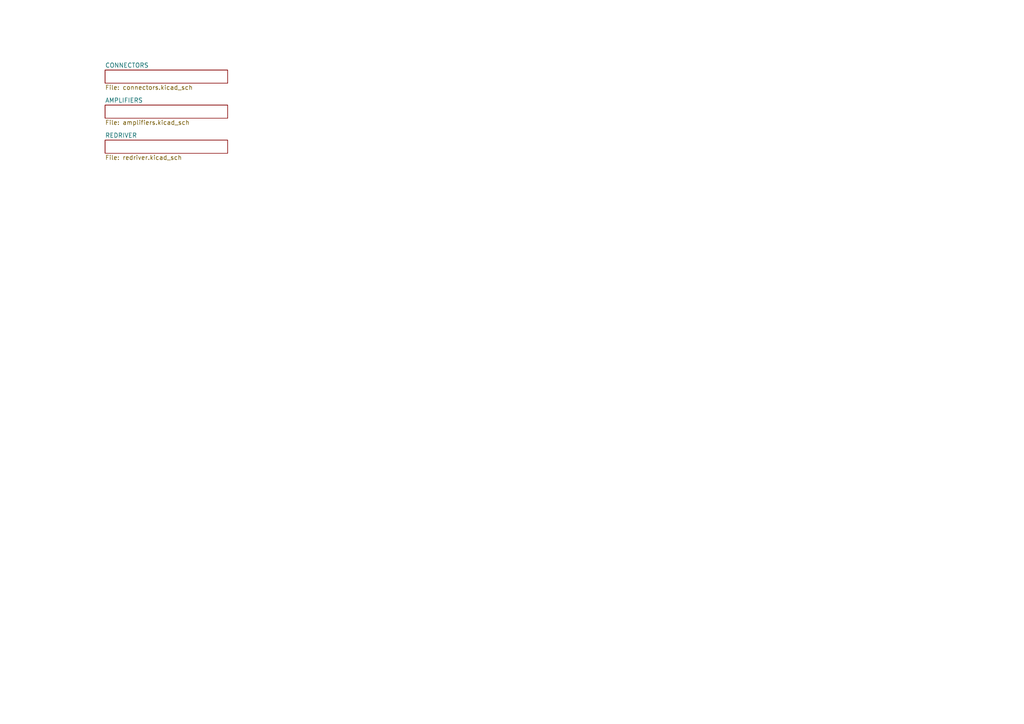
<source format=kicad_sch>
(kicad_sch (version 20200714) (host eeschema "5.99.0-unknown-9a801d8~102~ubuntu18.04.1")
  (page 2 5)
  (paper "A4")
  (title_block (title "EDSCH0003-V1") (date "07/10/2019") (rev "A") (company "ELLSAH DESIGN"))
  (lib_symbols)
  (sheet (at 30.48 30.48) (size 35.56 3.81)
    (property "Sheet name" "AMPLIFIERS" (at 30.48 29.8445 0) (effects (justify left bottom)))
    (property "Sheet file" "amplifiers.kicad_sch" (at 30.48 34.7985 0) (effects (justify left top)))
  )
  (sheet (at 30.48 20.32) (size 35.56 3.81)
    (property "Sheet name" "CONNECTORS" (at 30.48 19.6845 0) (effects (justify left bottom)))
    (property "Sheet file" "connectors.kicad_sch" (at 30.48 24.6385 0) (effects (justify left top)))
  )
  (sheet (at 30.48 40.64) (size 35.56 3.81)
    (property "Sheet name" "REDRIVER" (at 30.48 40.0045 0) (effects (justify left bottom)))
    (property "Sheet file" "redriver.kicad_sch" (at 30.48 44.9585 0) (effects (justify left top)))
  )
)
</source>
